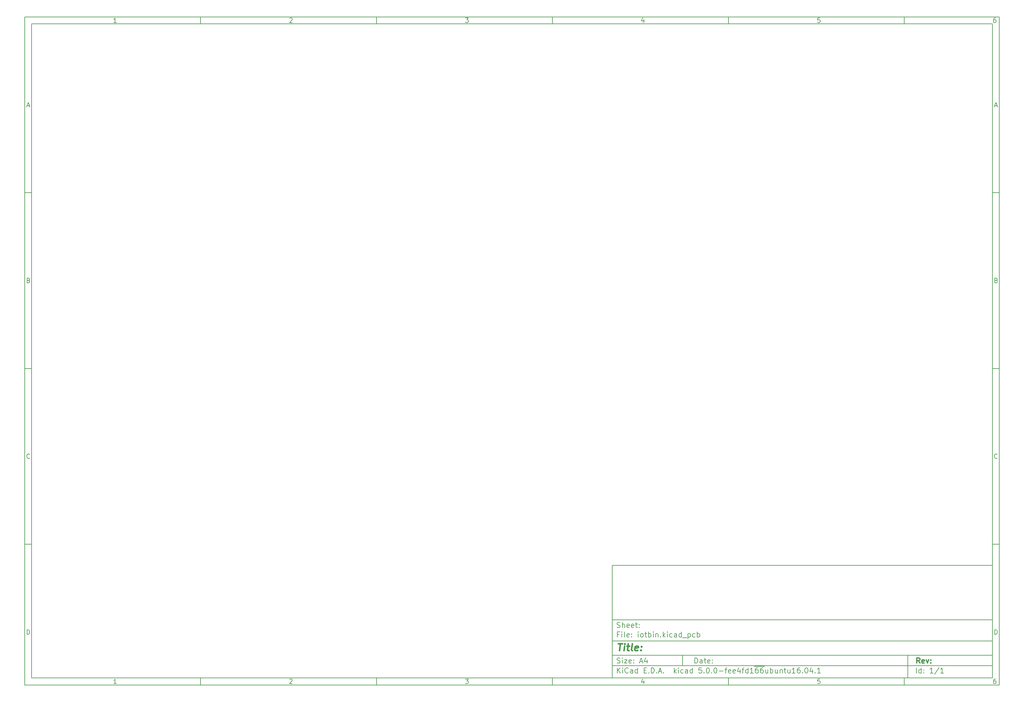
<source format=gbr>
G04 #@! TF.GenerationSoftware,KiCad,Pcbnew,5.0.0-fee4fd1~66~ubuntu16.04.1*
G04 #@! TF.CreationDate,2018-09-18T23:27:24+02:00*
G04 #@! TF.ProjectId,iotbin,696F7462696E2E6B696361645F706362,rev?*
G04 #@! TF.SameCoordinates,Original*
G04 #@! TF.FileFunction,Other,ECO2*
%FSLAX46Y46*%
G04 Gerber Fmt 4.6, Leading zero omitted, Abs format (unit mm)*
G04 Created by KiCad (PCBNEW 5.0.0-fee4fd1~66~ubuntu16.04.1) date Tue Sep 18 23:27:24 2018*
%MOMM*%
%LPD*%
G01*
G04 APERTURE LIST*
%ADD10C,0.100000*%
%ADD11C,0.150000*%
%ADD12C,0.300000*%
%ADD13C,0.400000*%
G04 APERTURE END LIST*
D10*
D11*
X177002200Y-166007200D02*
X177002200Y-198007200D01*
X285002200Y-198007200D01*
X285002200Y-166007200D01*
X177002200Y-166007200D01*
D10*
D11*
X10000000Y-10000000D02*
X10000000Y-200007200D01*
X287002200Y-200007200D01*
X287002200Y-10000000D01*
X10000000Y-10000000D01*
D10*
D11*
X12000000Y-12000000D02*
X12000000Y-198007200D01*
X285002200Y-198007200D01*
X285002200Y-12000000D01*
X12000000Y-12000000D01*
D10*
D11*
X60000000Y-12000000D02*
X60000000Y-10000000D01*
D10*
D11*
X110000000Y-12000000D02*
X110000000Y-10000000D01*
D10*
D11*
X160000000Y-12000000D02*
X160000000Y-10000000D01*
D10*
D11*
X210000000Y-12000000D02*
X210000000Y-10000000D01*
D10*
D11*
X260000000Y-12000000D02*
X260000000Y-10000000D01*
D10*
D11*
X36065476Y-11588095D02*
X35322619Y-11588095D01*
X35694047Y-11588095D02*
X35694047Y-10288095D01*
X35570238Y-10473809D01*
X35446428Y-10597619D01*
X35322619Y-10659523D01*
D10*
D11*
X85322619Y-10411904D02*
X85384523Y-10350000D01*
X85508333Y-10288095D01*
X85817857Y-10288095D01*
X85941666Y-10350000D01*
X86003571Y-10411904D01*
X86065476Y-10535714D01*
X86065476Y-10659523D01*
X86003571Y-10845238D01*
X85260714Y-11588095D01*
X86065476Y-11588095D01*
D10*
D11*
X135260714Y-10288095D02*
X136065476Y-10288095D01*
X135632142Y-10783333D01*
X135817857Y-10783333D01*
X135941666Y-10845238D01*
X136003571Y-10907142D01*
X136065476Y-11030952D01*
X136065476Y-11340476D01*
X136003571Y-11464285D01*
X135941666Y-11526190D01*
X135817857Y-11588095D01*
X135446428Y-11588095D01*
X135322619Y-11526190D01*
X135260714Y-11464285D01*
D10*
D11*
X185941666Y-10721428D02*
X185941666Y-11588095D01*
X185632142Y-10226190D02*
X185322619Y-11154761D01*
X186127380Y-11154761D01*
D10*
D11*
X236003571Y-10288095D02*
X235384523Y-10288095D01*
X235322619Y-10907142D01*
X235384523Y-10845238D01*
X235508333Y-10783333D01*
X235817857Y-10783333D01*
X235941666Y-10845238D01*
X236003571Y-10907142D01*
X236065476Y-11030952D01*
X236065476Y-11340476D01*
X236003571Y-11464285D01*
X235941666Y-11526190D01*
X235817857Y-11588095D01*
X235508333Y-11588095D01*
X235384523Y-11526190D01*
X235322619Y-11464285D01*
D10*
D11*
X285941666Y-10288095D02*
X285694047Y-10288095D01*
X285570238Y-10350000D01*
X285508333Y-10411904D01*
X285384523Y-10597619D01*
X285322619Y-10845238D01*
X285322619Y-11340476D01*
X285384523Y-11464285D01*
X285446428Y-11526190D01*
X285570238Y-11588095D01*
X285817857Y-11588095D01*
X285941666Y-11526190D01*
X286003571Y-11464285D01*
X286065476Y-11340476D01*
X286065476Y-11030952D01*
X286003571Y-10907142D01*
X285941666Y-10845238D01*
X285817857Y-10783333D01*
X285570238Y-10783333D01*
X285446428Y-10845238D01*
X285384523Y-10907142D01*
X285322619Y-11030952D01*
D10*
D11*
X60000000Y-198007200D02*
X60000000Y-200007200D01*
D10*
D11*
X110000000Y-198007200D02*
X110000000Y-200007200D01*
D10*
D11*
X160000000Y-198007200D02*
X160000000Y-200007200D01*
D10*
D11*
X210000000Y-198007200D02*
X210000000Y-200007200D01*
D10*
D11*
X260000000Y-198007200D02*
X260000000Y-200007200D01*
D10*
D11*
X36065476Y-199595295D02*
X35322619Y-199595295D01*
X35694047Y-199595295D02*
X35694047Y-198295295D01*
X35570238Y-198481009D01*
X35446428Y-198604819D01*
X35322619Y-198666723D01*
D10*
D11*
X85322619Y-198419104D02*
X85384523Y-198357200D01*
X85508333Y-198295295D01*
X85817857Y-198295295D01*
X85941666Y-198357200D01*
X86003571Y-198419104D01*
X86065476Y-198542914D01*
X86065476Y-198666723D01*
X86003571Y-198852438D01*
X85260714Y-199595295D01*
X86065476Y-199595295D01*
D10*
D11*
X135260714Y-198295295D02*
X136065476Y-198295295D01*
X135632142Y-198790533D01*
X135817857Y-198790533D01*
X135941666Y-198852438D01*
X136003571Y-198914342D01*
X136065476Y-199038152D01*
X136065476Y-199347676D01*
X136003571Y-199471485D01*
X135941666Y-199533390D01*
X135817857Y-199595295D01*
X135446428Y-199595295D01*
X135322619Y-199533390D01*
X135260714Y-199471485D01*
D10*
D11*
X185941666Y-198728628D02*
X185941666Y-199595295D01*
X185632142Y-198233390D02*
X185322619Y-199161961D01*
X186127380Y-199161961D01*
D10*
D11*
X236003571Y-198295295D02*
X235384523Y-198295295D01*
X235322619Y-198914342D01*
X235384523Y-198852438D01*
X235508333Y-198790533D01*
X235817857Y-198790533D01*
X235941666Y-198852438D01*
X236003571Y-198914342D01*
X236065476Y-199038152D01*
X236065476Y-199347676D01*
X236003571Y-199471485D01*
X235941666Y-199533390D01*
X235817857Y-199595295D01*
X235508333Y-199595295D01*
X235384523Y-199533390D01*
X235322619Y-199471485D01*
D10*
D11*
X285941666Y-198295295D02*
X285694047Y-198295295D01*
X285570238Y-198357200D01*
X285508333Y-198419104D01*
X285384523Y-198604819D01*
X285322619Y-198852438D01*
X285322619Y-199347676D01*
X285384523Y-199471485D01*
X285446428Y-199533390D01*
X285570238Y-199595295D01*
X285817857Y-199595295D01*
X285941666Y-199533390D01*
X286003571Y-199471485D01*
X286065476Y-199347676D01*
X286065476Y-199038152D01*
X286003571Y-198914342D01*
X285941666Y-198852438D01*
X285817857Y-198790533D01*
X285570238Y-198790533D01*
X285446428Y-198852438D01*
X285384523Y-198914342D01*
X285322619Y-199038152D01*
D10*
D11*
X10000000Y-60000000D02*
X12000000Y-60000000D01*
D10*
D11*
X10000000Y-110000000D02*
X12000000Y-110000000D01*
D10*
D11*
X10000000Y-160000000D02*
X12000000Y-160000000D01*
D10*
D11*
X10690476Y-35216666D02*
X11309523Y-35216666D01*
X10566666Y-35588095D02*
X11000000Y-34288095D01*
X11433333Y-35588095D01*
D10*
D11*
X11092857Y-84907142D02*
X11278571Y-84969047D01*
X11340476Y-85030952D01*
X11402380Y-85154761D01*
X11402380Y-85340476D01*
X11340476Y-85464285D01*
X11278571Y-85526190D01*
X11154761Y-85588095D01*
X10659523Y-85588095D01*
X10659523Y-84288095D01*
X11092857Y-84288095D01*
X11216666Y-84350000D01*
X11278571Y-84411904D01*
X11340476Y-84535714D01*
X11340476Y-84659523D01*
X11278571Y-84783333D01*
X11216666Y-84845238D01*
X11092857Y-84907142D01*
X10659523Y-84907142D01*
D10*
D11*
X11402380Y-135464285D02*
X11340476Y-135526190D01*
X11154761Y-135588095D01*
X11030952Y-135588095D01*
X10845238Y-135526190D01*
X10721428Y-135402380D01*
X10659523Y-135278571D01*
X10597619Y-135030952D01*
X10597619Y-134845238D01*
X10659523Y-134597619D01*
X10721428Y-134473809D01*
X10845238Y-134350000D01*
X11030952Y-134288095D01*
X11154761Y-134288095D01*
X11340476Y-134350000D01*
X11402380Y-134411904D01*
D10*
D11*
X10659523Y-185588095D02*
X10659523Y-184288095D01*
X10969047Y-184288095D01*
X11154761Y-184350000D01*
X11278571Y-184473809D01*
X11340476Y-184597619D01*
X11402380Y-184845238D01*
X11402380Y-185030952D01*
X11340476Y-185278571D01*
X11278571Y-185402380D01*
X11154761Y-185526190D01*
X10969047Y-185588095D01*
X10659523Y-185588095D01*
D10*
D11*
X287002200Y-60000000D02*
X285002200Y-60000000D01*
D10*
D11*
X287002200Y-110000000D02*
X285002200Y-110000000D01*
D10*
D11*
X287002200Y-160000000D02*
X285002200Y-160000000D01*
D10*
D11*
X285692676Y-35216666D02*
X286311723Y-35216666D01*
X285568866Y-35588095D02*
X286002200Y-34288095D01*
X286435533Y-35588095D01*
D10*
D11*
X286095057Y-84907142D02*
X286280771Y-84969047D01*
X286342676Y-85030952D01*
X286404580Y-85154761D01*
X286404580Y-85340476D01*
X286342676Y-85464285D01*
X286280771Y-85526190D01*
X286156961Y-85588095D01*
X285661723Y-85588095D01*
X285661723Y-84288095D01*
X286095057Y-84288095D01*
X286218866Y-84350000D01*
X286280771Y-84411904D01*
X286342676Y-84535714D01*
X286342676Y-84659523D01*
X286280771Y-84783333D01*
X286218866Y-84845238D01*
X286095057Y-84907142D01*
X285661723Y-84907142D01*
D10*
D11*
X286404580Y-135464285D02*
X286342676Y-135526190D01*
X286156961Y-135588095D01*
X286033152Y-135588095D01*
X285847438Y-135526190D01*
X285723628Y-135402380D01*
X285661723Y-135278571D01*
X285599819Y-135030952D01*
X285599819Y-134845238D01*
X285661723Y-134597619D01*
X285723628Y-134473809D01*
X285847438Y-134350000D01*
X286033152Y-134288095D01*
X286156961Y-134288095D01*
X286342676Y-134350000D01*
X286404580Y-134411904D01*
D10*
D11*
X285661723Y-185588095D02*
X285661723Y-184288095D01*
X285971247Y-184288095D01*
X286156961Y-184350000D01*
X286280771Y-184473809D01*
X286342676Y-184597619D01*
X286404580Y-184845238D01*
X286404580Y-185030952D01*
X286342676Y-185278571D01*
X286280771Y-185402380D01*
X286156961Y-185526190D01*
X285971247Y-185588095D01*
X285661723Y-185588095D01*
D10*
D11*
X200434342Y-193785771D02*
X200434342Y-192285771D01*
X200791485Y-192285771D01*
X201005771Y-192357200D01*
X201148628Y-192500057D01*
X201220057Y-192642914D01*
X201291485Y-192928628D01*
X201291485Y-193142914D01*
X201220057Y-193428628D01*
X201148628Y-193571485D01*
X201005771Y-193714342D01*
X200791485Y-193785771D01*
X200434342Y-193785771D01*
X202577200Y-193785771D02*
X202577200Y-193000057D01*
X202505771Y-192857200D01*
X202362914Y-192785771D01*
X202077200Y-192785771D01*
X201934342Y-192857200D01*
X202577200Y-193714342D02*
X202434342Y-193785771D01*
X202077200Y-193785771D01*
X201934342Y-193714342D01*
X201862914Y-193571485D01*
X201862914Y-193428628D01*
X201934342Y-193285771D01*
X202077200Y-193214342D01*
X202434342Y-193214342D01*
X202577200Y-193142914D01*
X203077200Y-192785771D02*
X203648628Y-192785771D01*
X203291485Y-192285771D02*
X203291485Y-193571485D01*
X203362914Y-193714342D01*
X203505771Y-193785771D01*
X203648628Y-193785771D01*
X204720057Y-193714342D02*
X204577200Y-193785771D01*
X204291485Y-193785771D01*
X204148628Y-193714342D01*
X204077200Y-193571485D01*
X204077200Y-193000057D01*
X204148628Y-192857200D01*
X204291485Y-192785771D01*
X204577200Y-192785771D01*
X204720057Y-192857200D01*
X204791485Y-193000057D01*
X204791485Y-193142914D01*
X204077200Y-193285771D01*
X205434342Y-193642914D02*
X205505771Y-193714342D01*
X205434342Y-193785771D01*
X205362914Y-193714342D01*
X205434342Y-193642914D01*
X205434342Y-193785771D01*
X205434342Y-192857200D02*
X205505771Y-192928628D01*
X205434342Y-193000057D01*
X205362914Y-192928628D01*
X205434342Y-192857200D01*
X205434342Y-193000057D01*
D10*
D11*
X177002200Y-194507200D02*
X285002200Y-194507200D01*
D10*
D11*
X178434342Y-196585771D02*
X178434342Y-195085771D01*
X179291485Y-196585771D02*
X178648628Y-195728628D01*
X179291485Y-195085771D02*
X178434342Y-195942914D01*
X179934342Y-196585771D02*
X179934342Y-195585771D01*
X179934342Y-195085771D02*
X179862914Y-195157200D01*
X179934342Y-195228628D01*
X180005771Y-195157200D01*
X179934342Y-195085771D01*
X179934342Y-195228628D01*
X181505771Y-196442914D02*
X181434342Y-196514342D01*
X181220057Y-196585771D01*
X181077200Y-196585771D01*
X180862914Y-196514342D01*
X180720057Y-196371485D01*
X180648628Y-196228628D01*
X180577200Y-195942914D01*
X180577200Y-195728628D01*
X180648628Y-195442914D01*
X180720057Y-195300057D01*
X180862914Y-195157200D01*
X181077200Y-195085771D01*
X181220057Y-195085771D01*
X181434342Y-195157200D01*
X181505771Y-195228628D01*
X182791485Y-196585771D02*
X182791485Y-195800057D01*
X182720057Y-195657200D01*
X182577200Y-195585771D01*
X182291485Y-195585771D01*
X182148628Y-195657200D01*
X182791485Y-196514342D02*
X182648628Y-196585771D01*
X182291485Y-196585771D01*
X182148628Y-196514342D01*
X182077200Y-196371485D01*
X182077200Y-196228628D01*
X182148628Y-196085771D01*
X182291485Y-196014342D01*
X182648628Y-196014342D01*
X182791485Y-195942914D01*
X184148628Y-196585771D02*
X184148628Y-195085771D01*
X184148628Y-196514342D02*
X184005771Y-196585771D01*
X183720057Y-196585771D01*
X183577200Y-196514342D01*
X183505771Y-196442914D01*
X183434342Y-196300057D01*
X183434342Y-195871485D01*
X183505771Y-195728628D01*
X183577200Y-195657200D01*
X183720057Y-195585771D01*
X184005771Y-195585771D01*
X184148628Y-195657200D01*
X186005771Y-195800057D02*
X186505771Y-195800057D01*
X186720057Y-196585771D02*
X186005771Y-196585771D01*
X186005771Y-195085771D01*
X186720057Y-195085771D01*
X187362914Y-196442914D02*
X187434342Y-196514342D01*
X187362914Y-196585771D01*
X187291485Y-196514342D01*
X187362914Y-196442914D01*
X187362914Y-196585771D01*
X188077200Y-196585771D02*
X188077200Y-195085771D01*
X188434342Y-195085771D01*
X188648628Y-195157200D01*
X188791485Y-195300057D01*
X188862914Y-195442914D01*
X188934342Y-195728628D01*
X188934342Y-195942914D01*
X188862914Y-196228628D01*
X188791485Y-196371485D01*
X188648628Y-196514342D01*
X188434342Y-196585771D01*
X188077200Y-196585771D01*
X189577200Y-196442914D02*
X189648628Y-196514342D01*
X189577200Y-196585771D01*
X189505771Y-196514342D01*
X189577200Y-196442914D01*
X189577200Y-196585771D01*
X190220057Y-196157200D02*
X190934342Y-196157200D01*
X190077200Y-196585771D02*
X190577200Y-195085771D01*
X191077200Y-196585771D01*
X191577200Y-196442914D02*
X191648628Y-196514342D01*
X191577200Y-196585771D01*
X191505771Y-196514342D01*
X191577200Y-196442914D01*
X191577200Y-196585771D01*
X194577200Y-196585771D02*
X194577200Y-195085771D01*
X194720057Y-196014342D02*
X195148628Y-196585771D01*
X195148628Y-195585771D02*
X194577200Y-196157200D01*
X195791485Y-196585771D02*
X195791485Y-195585771D01*
X195791485Y-195085771D02*
X195720057Y-195157200D01*
X195791485Y-195228628D01*
X195862914Y-195157200D01*
X195791485Y-195085771D01*
X195791485Y-195228628D01*
X197148628Y-196514342D02*
X197005771Y-196585771D01*
X196720057Y-196585771D01*
X196577200Y-196514342D01*
X196505771Y-196442914D01*
X196434342Y-196300057D01*
X196434342Y-195871485D01*
X196505771Y-195728628D01*
X196577200Y-195657200D01*
X196720057Y-195585771D01*
X197005771Y-195585771D01*
X197148628Y-195657200D01*
X198434342Y-196585771D02*
X198434342Y-195800057D01*
X198362914Y-195657200D01*
X198220057Y-195585771D01*
X197934342Y-195585771D01*
X197791485Y-195657200D01*
X198434342Y-196514342D02*
X198291485Y-196585771D01*
X197934342Y-196585771D01*
X197791485Y-196514342D01*
X197720057Y-196371485D01*
X197720057Y-196228628D01*
X197791485Y-196085771D01*
X197934342Y-196014342D01*
X198291485Y-196014342D01*
X198434342Y-195942914D01*
X199791485Y-196585771D02*
X199791485Y-195085771D01*
X199791485Y-196514342D02*
X199648628Y-196585771D01*
X199362914Y-196585771D01*
X199220057Y-196514342D01*
X199148628Y-196442914D01*
X199077200Y-196300057D01*
X199077200Y-195871485D01*
X199148628Y-195728628D01*
X199220057Y-195657200D01*
X199362914Y-195585771D01*
X199648628Y-195585771D01*
X199791485Y-195657200D01*
X202362914Y-195085771D02*
X201648628Y-195085771D01*
X201577200Y-195800057D01*
X201648628Y-195728628D01*
X201791485Y-195657200D01*
X202148628Y-195657200D01*
X202291485Y-195728628D01*
X202362914Y-195800057D01*
X202434342Y-195942914D01*
X202434342Y-196300057D01*
X202362914Y-196442914D01*
X202291485Y-196514342D01*
X202148628Y-196585771D01*
X201791485Y-196585771D01*
X201648628Y-196514342D01*
X201577200Y-196442914D01*
X203077200Y-196442914D02*
X203148628Y-196514342D01*
X203077200Y-196585771D01*
X203005771Y-196514342D01*
X203077200Y-196442914D01*
X203077200Y-196585771D01*
X204077200Y-195085771D02*
X204220057Y-195085771D01*
X204362914Y-195157200D01*
X204434342Y-195228628D01*
X204505771Y-195371485D01*
X204577200Y-195657200D01*
X204577200Y-196014342D01*
X204505771Y-196300057D01*
X204434342Y-196442914D01*
X204362914Y-196514342D01*
X204220057Y-196585771D01*
X204077200Y-196585771D01*
X203934342Y-196514342D01*
X203862914Y-196442914D01*
X203791485Y-196300057D01*
X203720057Y-196014342D01*
X203720057Y-195657200D01*
X203791485Y-195371485D01*
X203862914Y-195228628D01*
X203934342Y-195157200D01*
X204077200Y-195085771D01*
X205220057Y-196442914D02*
X205291485Y-196514342D01*
X205220057Y-196585771D01*
X205148628Y-196514342D01*
X205220057Y-196442914D01*
X205220057Y-196585771D01*
X206220057Y-195085771D02*
X206362914Y-195085771D01*
X206505771Y-195157200D01*
X206577200Y-195228628D01*
X206648628Y-195371485D01*
X206720057Y-195657200D01*
X206720057Y-196014342D01*
X206648628Y-196300057D01*
X206577200Y-196442914D01*
X206505771Y-196514342D01*
X206362914Y-196585771D01*
X206220057Y-196585771D01*
X206077200Y-196514342D01*
X206005771Y-196442914D01*
X205934342Y-196300057D01*
X205862914Y-196014342D01*
X205862914Y-195657200D01*
X205934342Y-195371485D01*
X206005771Y-195228628D01*
X206077200Y-195157200D01*
X206220057Y-195085771D01*
X207362914Y-196014342D02*
X208505771Y-196014342D01*
X209005771Y-195585771D02*
X209577200Y-195585771D01*
X209220057Y-196585771D02*
X209220057Y-195300057D01*
X209291485Y-195157200D01*
X209434342Y-195085771D01*
X209577200Y-195085771D01*
X210648628Y-196514342D02*
X210505771Y-196585771D01*
X210220057Y-196585771D01*
X210077200Y-196514342D01*
X210005771Y-196371485D01*
X210005771Y-195800057D01*
X210077200Y-195657200D01*
X210220057Y-195585771D01*
X210505771Y-195585771D01*
X210648628Y-195657200D01*
X210720057Y-195800057D01*
X210720057Y-195942914D01*
X210005771Y-196085771D01*
X211934342Y-196514342D02*
X211791485Y-196585771D01*
X211505771Y-196585771D01*
X211362914Y-196514342D01*
X211291485Y-196371485D01*
X211291485Y-195800057D01*
X211362914Y-195657200D01*
X211505771Y-195585771D01*
X211791485Y-195585771D01*
X211934342Y-195657200D01*
X212005771Y-195800057D01*
X212005771Y-195942914D01*
X211291485Y-196085771D01*
X213291485Y-195585771D02*
X213291485Y-196585771D01*
X212934342Y-195014342D02*
X212577200Y-196085771D01*
X213505771Y-196085771D01*
X213862914Y-195585771D02*
X214434342Y-195585771D01*
X214077200Y-196585771D02*
X214077200Y-195300057D01*
X214148628Y-195157200D01*
X214291485Y-195085771D01*
X214434342Y-195085771D01*
X215577200Y-196585771D02*
X215577200Y-195085771D01*
X215577200Y-196514342D02*
X215434342Y-196585771D01*
X215148628Y-196585771D01*
X215005771Y-196514342D01*
X214934342Y-196442914D01*
X214862914Y-196300057D01*
X214862914Y-195871485D01*
X214934342Y-195728628D01*
X215005771Y-195657200D01*
X215148628Y-195585771D01*
X215434342Y-195585771D01*
X215577200Y-195657200D01*
X217077200Y-196585771D02*
X216220057Y-196585771D01*
X216648628Y-196585771D02*
X216648628Y-195085771D01*
X216505771Y-195300057D01*
X216362914Y-195442914D01*
X216220057Y-195514342D01*
X217362914Y-194677200D02*
X218791485Y-194677200D01*
X218362914Y-195085771D02*
X218077200Y-195085771D01*
X217934342Y-195157200D01*
X217862914Y-195228628D01*
X217720057Y-195442914D01*
X217648628Y-195728628D01*
X217648628Y-196300057D01*
X217720057Y-196442914D01*
X217791485Y-196514342D01*
X217934342Y-196585771D01*
X218220057Y-196585771D01*
X218362914Y-196514342D01*
X218434342Y-196442914D01*
X218505771Y-196300057D01*
X218505771Y-195942914D01*
X218434342Y-195800057D01*
X218362914Y-195728628D01*
X218220057Y-195657200D01*
X217934342Y-195657200D01*
X217791485Y-195728628D01*
X217720057Y-195800057D01*
X217648628Y-195942914D01*
X218791485Y-194677200D02*
X220220057Y-194677200D01*
X219791485Y-195085771D02*
X219505771Y-195085771D01*
X219362914Y-195157200D01*
X219291485Y-195228628D01*
X219148628Y-195442914D01*
X219077200Y-195728628D01*
X219077200Y-196300057D01*
X219148628Y-196442914D01*
X219220057Y-196514342D01*
X219362914Y-196585771D01*
X219648628Y-196585771D01*
X219791485Y-196514342D01*
X219862914Y-196442914D01*
X219934342Y-196300057D01*
X219934342Y-195942914D01*
X219862914Y-195800057D01*
X219791485Y-195728628D01*
X219648628Y-195657200D01*
X219362914Y-195657200D01*
X219220057Y-195728628D01*
X219148628Y-195800057D01*
X219077200Y-195942914D01*
X221220057Y-195585771D02*
X221220057Y-196585771D01*
X220577200Y-195585771D02*
X220577200Y-196371485D01*
X220648628Y-196514342D01*
X220791485Y-196585771D01*
X221005771Y-196585771D01*
X221148628Y-196514342D01*
X221220057Y-196442914D01*
X221934342Y-196585771D02*
X221934342Y-195085771D01*
X221934342Y-195657200D02*
X222077200Y-195585771D01*
X222362914Y-195585771D01*
X222505771Y-195657200D01*
X222577200Y-195728628D01*
X222648628Y-195871485D01*
X222648628Y-196300057D01*
X222577200Y-196442914D01*
X222505771Y-196514342D01*
X222362914Y-196585771D01*
X222077200Y-196585771D01*
X221934342Y-196514342D01*
X223934342Y-195585771D02*
X223934342Y-196585771D01*
X223291485Y-195585771D02*
X223291485Y-196371485D01*
X223362914Y-196514342D01*
X223505771Y-196585771D01*
X223720057Y-196585771D01*
X223862914Y-196514342D01*
X223934342Y-196442914D01*
X224648628Y-195585771D02*
X224648628Y-196585771D01*
X224648628Y-195728628D02*
X224720057Y-195657200D01*
X224862914Y-195585771D01*
X225077200Y-195585771D01*
X225220057Y-195657200D01*
X225291485Y-195800057D01*
X225291485Y-196585771D01*
X225791485Y-195585771D02*
X226362914Y-195585771D01*
X226005771Y-195085771D02*
X226005771Y-196371485D01*
X226077200Y-196514342D01*
X226220057Y-196585771D01*
X226362914Y-196585771D01*
X227505771Y-195585771D02*
X227505771Y-196585771D01*
X226862914Y-195585771D02*
X226862914Y-196371485D01*
X226934342Y-196514342D01*
X227077200Y-196585771D01*
X227291485Y-196585771D01*
X227434342Y-196514342D01*
X227505771Y-196442914D01*
X229005771Y-196585771D02*
X228148628Y-196585771D01*
X228577200Y-196585771D02*
X228577200Y-195085771D01*
X228434342Y-195300057D01*
X228291485Y-195442914D01*
X228148628Y-195514342D01*
X230291485Y-195085771D02*
X230005771Y-195085771D01*
X229862914Y-195157200D01*
X229791485Y-195228628D01*
X229648628Y-195442914D01*
X229577200Y-195728628D01*
X229577200Y-196300057D01*
X229648628Y-196442914D01*
X229720057Y-196514342D01*
X229862914Y-196585771D01*
X230148628Y-196585771D01*
X230291485Y-196514342D01*
X230362914Y-196442914D01*
X230434342Y-196300057D01*
X230434342Y-195942914D01*
X230362914Y-195800057D01*
X230291485Y-195728628D01*
X230148628Y-195657200D01*
X229862914Y-195657200D01*
X229720057Y-195728628D01*
X229648628Y-195800057D01*
X229577200Y-195942914D01*
X231077200Y-196442914D02*
X231148628Y-196514342D01*
X231077200Y-196585771D01*
X231005771Y-196514342D01*
X231077200Y-196442914D01*
X231077200Y-196585771D01*
X232077200Y-195085771D02*
X232220057Y-195085771D01*
X232362914Y-195157200D01*
X232434342Y-195228628D01*
X232505771Y-195371485D01*
X232577200Y-195657200D01*
X232577200Y-196014342D01*
X232505771Y-196300057D01*
X232434342Y-196442914D01*
X232362914Y-196514342D01*
X232220057Y-196585771D01*
X232077200Y-196585771D01*
X231934342Y-196514342D01*
X231862914Y-196442914D01*
X231791485Y-196300057D01*
X231720057Y-196014342D01*
X231720057Y-195657200D01*
X231791485Y-195371485D01*
X231862914Y-195228628D01*
X231934342Y-195157200D01*
X232077200Y-195085771D01*
X233862914Y-195585771D02*
X233862914Y-196585771D01*
X233505771Y-195014342D02*
X233148628Y-196085771D01*
X234077200Y-196085771D01*
X234648628Y-196442914D02*
X234720057Y-196514342D01*
X234648628Y-196585771D01*
X234577200Y-196514342D01*
X234648628Y-196442914D01*
X234648628Y-196585771D01*
X236148628Y-196585771D02*
X235291485Y-196585771D01*
X235720057Y-196585771D02*
X235720057Y-195085771D01*
X235577200Y-195300057D01*
X235434342Y-195442914D01*
X235291485Y-195514342D01*
D10*
D11*
X177002200Y-191507200D02*
X285002200Y-191507200D01*
D10*
D12*
X264411485Y-193785771D02*
X263911485Y-193071485D01*
X263554342Y-193785771D02*
X263554342Y-192285771D01*
X264125771Y-192285771D01*
X264268628Y-192357200D01*
X264340057Y-192428628D01*
X264411485Y-192571485D01*
X264411485Y-192785771D01*
X264340057Y-192928628D01*
X264268628Y-193000057D01*
X264125771Y-193071485D01*
X263554342Y-193071485D01*
X265625771Y-193714342D02*
X265482914Y-193785771D01*
X265197200Y-193785771D01*
X265054342Y-193714342D01*
X264982914Y-193571485D01*
X264982914Y-193000057D01*
X265054342Y-192857200D01*
X265197200Y-192785771D01*
X265482914Y-192785771D01*
X265625771Y-192857200D01*
X265697200Y-193000057D01*
X265697200Y-193142914D01*
X264982914Y-193285771D01*
X266197200Y-192785771D02*
X266554342Y-193785771D01*
X266911485Y-192785771D01*
X267482914Y-193642914D02*
X267554342Y-193714342D01*
X267482914Y-193785771D01*
X267411485Y-193714342D01*
X267482914Y-193642914D01*
X267482914Y-193785771D01*
X267482914Y-192857200D02*
X267554342Y-192928628D01*
X267482914Y-193000057D01*
X267411485Y-192928628D01*
X267482914Y-192857200D01*
X267482914Y-193000057D01*
D10*
D11*
X178362914Y-193714342D02*
X178577200Y-193785771D01*
X178934342Y-193785771D01*
X179077200Y-193714342D01*
X179148628Y-193642914D01*
X179220057Y-193500057D01*
X179220057Y-193357200D01*
X179148628Y-193214342D01*
X179077200Y-193142914D01*
X178934342Y-193071485D01*
X178648628Y-193000057D01*
X178505771Y-192928628D01*
X178434342Y-192857200D01*
X178362914Y-192714342D01*
X178362914Y-192571485D01*
X178434342Y-192428628D01*
X178505771Y-192357200D01*
X178648628Y-192285771D01*
X179005771Y-192285771D01*
X179220057Y-192357200D01*
X179862914Y-193785771D02*
X179862914Y-192785771D01*
X179862914Y-192285771D02*
X179791485Y-192357200D01*
X179862914Y-192428628D01*
X179934342Y-192357200D01*
X179862914Y-192285771D01*
X179862914Y-192428628D01*
X180434342Y-192785771D02*
X181220057Y-192785771D01*
X180434342Y-193785771D01*
X181220057Y-193785771D01*
X182362914Y-193714342D02*
X182220057Y-193785771D01*
X181934342Y-193785771D01*
X181791485Y-193714342D01*
X181720057Y-193571485D01*
X181720057Y-193000057D01*
X181791485Y-192857200D01*
X181934342Y-192785771D01*
X182220057Y-192785771D01*
X182362914Y-192857200D01*
X182434342Y-193000057D01*
X182434342Y-193142914D01*
X181720057Y-193285771D01*
X183077200Y-193642914D02*
X183148628Y-193714342D01*
X183077200Y-193785771D01*
X183005771Y-193714342D01*
X183077200Y-193642914D01*
X183077200Y-193785771D01*
X183077200Y-192857200D02*
X183148628Y-192928628D01*
X183077200Y-193000057D01*
X183005771Y-192928628D01*
X183077200Y-192857200D01*
X183077200Y-193000057D01*
X184862914Y-193357200D02*
X185577200Y-193357200D01*
X184720057Y-193785771D02*
X185220057Y-192285771D01*
X185720057Y-193785771D01*
X186862914Y-192785771D02*
X186862914Y-193785771D01*
X186505771Y-192214342D02*
X186148628Y-193285771D01*
X187077200Y-193285771D01*
D10*
D11*
X263434342Y-196585771D02*
X263434342Y-195085771D01*
X264791485Y-196585771D02*
X264791485Y-195085771D01*
X264791485Y-196514342D02*
X264648628Y-196585771D01*
X264362914Y-196585771D01*
X264220057Y-196514342D01*
X264148628Y-196442914D01*
X264077200Y-196300057D01*
X264077200Y-195871485D01*
X264148628Y-195728628D01*
X264220057Y-195657200D01*
X264362914Y-195585771D01*
X264648628Y-195585771D01*
X264791485Y-195657200D01*
X265505771Y-196442914D02*
X265577200Y-196514342D01*
X265505771Y-196585771D01*
X265434342Y-196514342D01*
X265505771Y-196442914D01*
X265505771Y-196585771D01*
X265505771Y-195657200D02*
X265577200Y-195728628D01*
X265505771Y-195800057D01*
X265434342Y-195728628D01*
X265505771Y-195657200D01*
X265505771Y-195800057D01*
X268148628Y-196585771D02*
X267291485Y-196585771D01*
X267720057Y-196585771D02*
X267720057Y-195085771D01*
X267577200Y-195300057D01*
X267434342Y-195442914D01*
X267291485Y-195514342D01*
X269862914Y-195014342D02*
X268577200Y-196942914D01*
X271148628Y-196585771D02*
X270291485Y-196585771D01*
X270720057Y-196585771D02*
X270720057Y-195085771D01*
X270577200Y-195300057D01*
X270434342Y-195442914D01*
X270291485Y-195514342D01*
D10*
D11*
X177002200Y-187507200D02*
X285002200Y-187507200D01*
D10*
D13*
X178714580Y-188211961D02*
X179857438Y-188211961D01*
X179036009Y-190211961D02*
X179286009Y-188211961D01*
X180274104Y-190211961D02*
X180440771Y-188878628D01*
X180524104Y-188211961D02*
X180416961Y-188307200D01*
X180500295Y-188402438D01*
X180607438Y-188307200D01*
X180524104Y-188211961D01*
X180500295Y-188402438D01*
X181107438Y-188878628D02*
X181869342Y-188878628D01*
X181476485Y-188211961D02*
X181262200Y-189926247D01*
X181333628Y-190116723D01*
X181512200Y-190211961D01*
X181702676Y-190211961D01*
X182655057Y-190211961D02*
X182476485Y-190116723D01*
X182405057Y-189926247D01*
X182619342Y-188211961D01*
X184190771Y-190116723D02*
X183988390Y-190211961D01*
X183607438Y-190211961D01*
X183428866Y-190116723D01*
X183357438Y-189926247D01*
X183452676Y-189164342D01*
X183571723Y-188973866D01*
X183774104Y-188878628D01*
X184155057Y-188878628D01*
X184333628Y-188973866D01*
X184405057Y-189164342D01*
X184381247Y-189354819D01*
X183405057Y-189545295D01*
X185155057Y-190021485D02*
X185238390Y-190116723D01*
X185131247Y-190211961D01*
X185047914Y-190116723D01*
X185155057Y-190021485D01*
X185131247Y-190211961D01*
X185286009Y-188973866D02*
X185369342Y-189069104D01*
X185262200Y-189164342D01*
X185178866Y-189069104D01*
X185286009Y-188973866D01*
X185262200Y-189164342D01*
D10*
D11*
X178934342Y-185600057D02*
X178434342Y-185600057D01*
X178434342Y-186385771D02*
X178434342Y-184885771D01*
X179148628Y-184885771D01*
X179720057Y-186385771D02*
X179720057Y-185385771D01*
X179720057Y-184885771D02*
X179648628Y-184957200D01*
X179720057Y-185028628D01*
X179791485Y-184957200D01*
X179720057Y-184885771D01*
X179720057Y-185028628D01*
X180648628Y-186385771D02*
X180505771Y-186314342D01*
X180434342Y-186171485D01*
X180434342Y-184885771D01*
X181791485Y-186314342D02*
X181648628Y-186385771D01*
X181362914Y-186385771D01*
X181220057Y-186314342D01*
X181148628Y-186171485D01*
X181148628Y-185600057D01*
X181220057Y-185457200D01*
X181362914Y-185385771D01*
X181648628Y-185385771D01*
X181791485Y-185457200D01*
X181862914Y-185600057D01*
X181862914Y-185742914D01*
X181148628Y-185885771D01*
X182505771Y-186242914D02*
X182577200Y-186314342D01*
X182505771Y-186385771D01*
X182434342Y-186314342D01*
X182505771Y-186242914D01*
X182505771Y-186385771D01*
X182505771Y-185457200D02*
X182577200Y-185528628D01*
X182505771Y-185600057D01*
X182434342Y-185528628D01*
X182505771Y-185457200D01*
X182505771Y-185600057D01*
X184362914Y-186385771D02*
X184362914Y-185385771D01*
X184362914Y-184885771D02*
X184291485Y-184957200D01*
X184362914Y-185028628D01*
X184434342Y-184957200D01*
X184362914Y-184885771D01*
X184362914Y-185028628D01*
X185291485Y-186385771D02*
X185148628Y-186314342D01*
X185077200Y-186242914D01*
X185005771Y-186100057D01*
X185005771Y-185671485D01*
X185077200Y-185528628D01*
X185148628Y-185457200D01*
X185291485Y-185385771D01*
X185505771Y-185385771D01*
X185648628Y-185457200D01*
X185720057Y-185528628D01*
X185791485Y-185671485D01*
X185791485Y-186100057D01*
X185720057Y-186242914D01*
X185648628Y-186314342D01*
X185505771Y-186385771D01*
X185291485Y-186385771D01*
X186220057Y-185385771D02*
X186791485Y-185385771D01*
X186434342Y-184885771D02*
X186434342Y-186171485D01*
X186505771Y-186314342D01*
X186648628Y-186385771D01*
X186791485Y-186385771D01*
X187291485Y-186385771D02*
X187291485Y-184885771D01*
X187291485Y-185457200D02*
X187434342Y-185385771D01*
X187720057Y-185385771D01*
X187862914Y-185457200D01*
X187934342Y-185528628D01*
X188005771Y-185671485D01*
X188005771Y-186100057D01*
X187934342Y-186242914D01*
X187862914Y-186314342D01*
X187720057Y-186385771D01*
X187434342Y-186385771D01*
X187291485Y-186314342D01*
X188648628Y-186385771D02*
X188648628Y-185385771D01*
X188648628Y-184885771D02*
X188577200Y-184957200D01*
X188648628Y-185028628D01*
X188720057Y-184957200D01*
X188648628Y-184885771D01*
X188648628Y-185028628D01*
X189362914Y-185385771D02*
X189362914Y-186385771D01*
X189362914Y-185528628D02*
X189434342Y-185457200D01*
X189577200Y-185385771D01*
X189791485Y-185385771D01*
X189934342Y-185457200D01*
X190005771Y-185600057D01*
X190005771Y-186385771D01*
X190720057Y-186242914D02*
X190791485Y-186314342D01*
X190720057Y-186385771D01*
X190648628Y-186314342D01*
X190720057Y-186242914D01*
X190720057Y-186385771D01*
X191434342Y-186385771D02*
X191434342Y-184885771D01*
X191577200Y-185814342D02*
X192005771Y-186385771D01*
X192005771Y-185385771D02*
X191434342Y-185957200D01*
X192648628Y-186385771D02*
X192648628Y-185385771D01*
X192648628Y-184885771D02*
X192577200Y-184957200D01*
X192648628Y-185028628D01*
X192720057Y-184957200D01*
X192648628Y-184885771D01*
X192648628Y-185028628D01*
X194005771Y-186314342D02*
X193862914Y-186385771D01*
X193577200Y-186385771D01*
X193434342Y-186314342D01*
X193362914Y-186242914D01*
X193291485Y-186100057D01*
X193291485Y-185671485D01*
X193362914Y-185528628D01*
X193434342Y-185457200D01*
X193577200Y-185385771D01*
X193862914Y-185385771D01*
X194005771Y-185457200D01*
X195291485Y-186385771D02*
X195291485Y-185600057D01*
X195220057Y-185457200D01*
X195077200Y-185385771D01*
X194791485Y-185385771D01*
X194648628Y-185457200D01*
X195291485Y-186314342D02*
X195148628Y-186385771D01*
X194791485Y-186385771D01*
X194648628Y-186314342D01*
X194577200Y-186171485D01*
X194577200Y-186028628D01*
X194648628Y-185885771D01*
X194791485Y-185814342D01*
X195148628Y-185814342D01*
X195291485Y-185742914D01*
X196648628Y-186385771D02*
X196648628Y-184885771D01*
X196648628Y-186314342D02*
X196505771Y-186385771D01*
X196220057Y-186385771D01*
X196077200Y-186314342D01*
X196005771Y-186242914D01*
X195934342Y-186100057D01*
X195934342Y-185671485D01*
X196005771Y-185528628D01*
X196077200Y-185457200D01*
X196220057Y-185385771D01*
X196505771Y-185385771D01*
X196648628Y-185457200D01*
X197005771Y-186528628D02*
X198148628Y-186528628D01*
X198505771Y-185385771D02*
X198505771Y-186885771D01*
X198505771Y-185457200D02*
X198648628Y-185385771D01*
X198934342Y-185385771D01*
X199077200Y-185457200D01*
X199148628Y-185528628D01*
X199220057Y-185671485D01*
X199220057Y-186100057D01*
X199148628Y-186242914D01*
X199077200Y-186314342D01*
X198934342Y-186385771D01*
X198648628Y-186385771D01*
X198505771Y-186314342D01*
X200505771Y-186314342D02*
X200362914Y-186385771D01*
X200077200Y-186385771D01*
X199934342Y-186314342D01*
X199862914Y-186242914D01*
X199791485Y-186100057D01*
X199791485Y-185671485D01*
X199862914Y-185528628D01*
X199934342Y-185457200D01*
X200077200Y-185385771D01*
X200362914Y-185385771D01*
X200505771Y-185457200D01*
X201148628Y-186385771D02*
X201148628Y-184885771D01*
X201148628Y-185457200D02*
X201291485Y-185385771D01*
X201577200Y-185385771D01*
X201720057Y-185457200D01*
X201791485Y-185528628D01*
X201862914Y-185671485D01*
X201862914Y-186100057D01*
X201791485Y-186242914D01*
X201720057Y-186314342D01*
X201577200Y-186385771D01*
X201291485Y-186385771D01*
X201148628Y-186314342D01*
D10*
D11*
X177002200Y-181507200D02*
X285002200Y-181507200D01*
D10*
D11*
X178362914Y-183614342D02*
X178577200Y-183685771D01*
X178934342Y-183685771D01*
X179077200Y-183614342D01*
X179148628Y-183542914D01*
X179220057Y-183400057D01*
X179220057Y-183257200D01*
X179148628Y-183114342D01*
X179077200Y-183042914D01*
X178934342Y-182971485D01*
X178648628Y-182900057D01*
X178505771Y-182828628D01*
X178434342Y-182757200D01*
X178362914Y-182614342D01*
X178362914Y-182471485D01*
X178434342Y-182328628D01*
X178505771Y-182257200D01*
X178648628Y-182185771D01*
X179005771Y-182185771D01*
X179220057Y-182257200D01*
X179862914Y-183685771D02*
X179862914Y-182185771D01*
X180505771Y-183685771D02*
X180505771Y-182900057D01*
X180434342Y-182757200D01*
X180291485Y-182685771D01*
X180077200Y-182685771D01*
X179934342Y-182757200D01*
X179862914Y-182828628D01*
X181791485Y-183614342D02*
X181648628Y-183685771D01*
X181362914Y-183685771D01*
X181220057Y-183614342D01*
X181148628Y-183471485D01*
X181148628Y-182900057D01*
X181220057Y-182757200D01*
X181362914Y-182685771D01*
X181648628Y-182685771D01*
X181791485Y-182757200D01*
X181862914Y-182900057D01*
X181862914Y-183042914D01*
X181148628Y-183185771D01*
X183077200Y-183614342D02*
X182934342Y-183685771D01*
X182648628Y-183685771D01*
X182505771Y-183614342D01*
X182434342Y-183471485D01*
X182434342Y-182900057D01*
X182505771Y-182757200D01*
X182648628Y-182685771D01*
X182934342Y-182685771D01*
X183077200Y-182757200D01*
X183148628Y-182900057D01*
X183148628Y-183042914D01*
X182434342Y-183185771D01*
X183577200Y-182685771D02*
X184148628Y-182685771D01*
X183791485Y-182185771D02*
X183791485Y-183471485D01*
X183862914Y-183614342D01*
X184005771Y-183685771D01*
X184148628Y-183685771D01*
X184648628Y-183542914D02*
X184720057Y-183614342D01*
X184648628Y-183685771D01*
X184577200Y-183614342D01*
X184648628Y-183542914D01*
X184648628Y-183685771D01*
X184648628Y-182757200D02*
X184720057Y-182828628D01*
X184648628Y-182900057D01*
X184577200Y-182828628D01*
X184648628Y-182757200D01*
X184648628Y-182900057D01*
D10*
D11*
X197002200Y-191507200D02*
X197002200Y-194507200D01*
D10*
D11*
X261002200Y-191507200D02*
X261002200Y-198007200D01*
M02*

</source>
